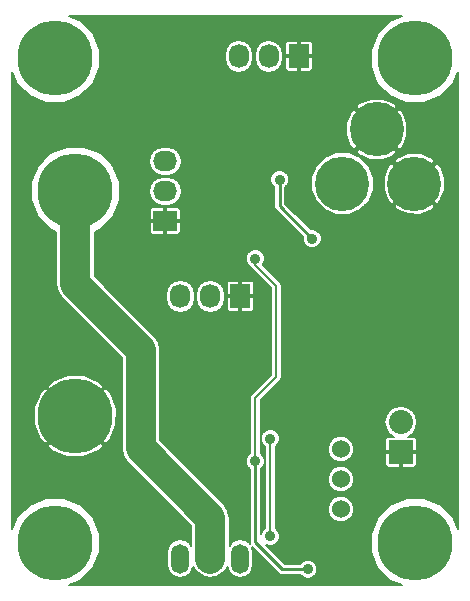
<source format=gbl>
G04 #@! TF.FileFunction,Copper,L2,Bot,Signal*
%FSLAX46Y46*%
G04 Gerber Fmt 4.6, Leading zero omitted, Abs format (unit mm)*
G04 Created by KiCad (PCBNEW 4.0.1-stable) date 3/25/2016 2:15:51 PM*
%MOMM*%
G01*
G04 APERTURE LIST*
%ADD10C,0.150000*%
%ADD11C,4.600000*%
%ADD12C,6.350000*%
%ADD13R,2.032000X1.727200*%
%ADD14O,2.032000X1.727200*%
%ADD15R,1.727200X2.032000*%
%ADD16O,1.727200X2.032000*%
%ADD17O,1.501140X2.499360*%
%ADD18R,2.032000X2.032000*%
%ADD19O,2.032000X2.032000*%
%ADD20C,1.524000*%
%ADD21C,0.889000*%
%ADD22C,0.203200*%
%ADD23C,2.540000*%
%ADD24C,0.635000*%
%ADD25C,0.254000*%
G04 APERTURE END LIST*
D10*
D11*
X34417000Y-14605000D03*
X28317000Y-14605000D03*
X31217000Y-10005000D03*
D12*
X4000000Y-4000000D03*
X4000000Y-45000000D03*
X34500000Y-4000000D03*
X34500000Y-45000000D03*
D13*
X13335000Y-17780000D03*
D14*
X13335000Y-15240000D03*
X13335000Y-12700000D03*
D15*
X24638000Y-3810000D03*
D16*
X22098000Y-3810000D03*
X19558000Y-3810000D03*
D17*
X17145000Y-46355000D03*
X19685000Y-46355000D03*
X14605000Y-46355000D03*
D15*
X19685000Y-24130000D03*
D16*
X17145000Y-24130000D03*
X14605000Y-24130000D03*
D12*
X5715000Y-15240000D03*
X5715000Y-34290000D03*
D18*
X33274000Y-37338000D03*
D19*
X33274000Y-34798000D03*
D20*
X28194000Y-39624000D03*
X28194000Y-37084000D03*
X28194000Y-42164000D03*
D21*
X25400000Y-34544000D03*
X6350000Y-8382000D03*
X16510000Y-6350000D03*
X36830000Y-27940000D03*
X31115000Y-20447000D03*
X31750000Y-30353000D03*
X13462000Y-6858000D03*
X26797000Y-27813000D03*
X19177000Y-36195000D03*
X20955000Y-15240000D03*
X22225000Y-44450000D03*
X22225000Y-36195000D03*
X23000000Y-14250000D03*
X25750000Y-19250000D03*
X25400000Y-47244000D03*
X20955000Y-38100000D03*
X20955000Y-20955000D03*
D22*
X22225000Y-44450000D02*
X22225000Y-36195000D01*
D23*
X17145000Y-46355000D02*
X17145000Y-42895000D01*
X11250000Y-37000000D02*
X11250000Y-28649000D01*
X17145000Y-42895000D02*
X11250000Y-37000000D01*
X5715000Y-15240000D02*
X5715000Y-23114000D01*
X5715000Y-23114000D02*
X11250000Y-28649000D01*
D24*
X5715000Y-16510000D02*
X5715000Y-15240000D01*
X17145000Y-46355000D02*
X17145000Y-45720000D01*
D25*
X23000000Y-16500000D02*
X23000000Y-14250000D01*
X25750000Y-19250000D02*
X23000000Y-16500000D01*
X20955000Y-38100000D02*
X20955000Y-44955000D01*
X23244000Y-47244000D02*
X25400000Y-47244000D01*
X20955000Y-44955000D02*
X23244000Y-47244000D01*
D22*
X20955000Y-38100000D02*
X20955000Y-32766000D01*
X20955000Y-21463000D02*
X20955000Y-20955000D01*
X22733000Y-23241000D02*
X20955000Y-21463000D01*
X22733000Y-30988000D02*
X22733000Y-23241000D01*
X20955000Y-32766000D02*
X22733000Y-30988000D01*
G36*
X32358997Y-789701D02*
X31293443Y-1853397D01*
X30716058Y-3243894D01*
X30714744Y-4749501D01*
X31289701Y-6141003D01*
X32353397Y-7206557D01*
X33743894Y-7783942D01*
X35249501Y-7785256D01*
X36641003Y-7210299D01*
X37706557Y-6146603D01*
X38120200Y-5150440D01*
X38120200Y-43851033D01*
X37710299Y-42858997D01*
X36646603Y-41793443D01*
X35256106Y-41216058D01*
X33750499Y-41214744D01*
X32358997Y-41789701D01*
X31293443Y-42853397D01*
X30716058Y-44243894D01*
X30714744Y-45749501D01*
X31289701Y-47141003D01*
X32353397Y-48206557D01*
X33349560Y-48620200D01*
X5148967Y-48620200D01*
X6141003Y-48210299D01*
X7206557Y-47146603D01*
X7783942Y-45756106D01*
X7785256Y-44250499D01*
X7210299Y-42858997D01*
X6146603Y-41793443D01*
X4756106Y-41216058D01*
X3250499Y-41214744D01*
X1858997Y-41789701D01*
X793443Y-42853397D01*
X379800Y-43849560D01*
X379800Y-36806971D01*
X3323752Y-36806971D01*
X3702130Y-37211723D01*
X4973446Y-37759612D01*
X6357656Y-37779284D01*
X7644028Y-37267744D01*
X7727870Y-37211723D01*
X8106248Y-36806971D01*
X5715000Y-34415724D01*
X3323752Y-36806971D01*
X379800Y-36806971D01*
X379800Y-34932656D01*
X2225716Y-34932656D01*
X2737256Y-36219028D01*
X2793277Y-36302870D01*
X3198029Y-36681248D01*
X5589276Y-34290000D01*
X5840724Y-34290000D01*
X8231971Y-36681248D01*
X8636723Y-36302870D01*
X9184612Y-35031554D01*
X9204284Y-33647344D01*
X8692744Y-32360972D01*
X8636723Y-32277130D01*
X8231971Y-31898752D01*
X5840724Y-34290000D01*
X5589276Y-34290000D01*
X3198029Y-31898752D01*
X2793277Y-32277130D01*
X2245388Y-33548446D01*
X2225716Y-34932656D01*
X379800Y-34932656D01*
X379800Y-31773029D01*
X3323752Y-31773029D01*
X5715000Y-34164276D01*
X8106248Y-31773029D01*
X7727870Y-31368277D01*
X6456554Y-30820388D01*
X5072344Y-30800716D01*
X3785972Y-31312256D01*
X3702130Y-31368277D01*
X3323752Y-31773029D01*
X379800Y-31773029D01*
X379800Y-15989501D01*
X1929744Y-15989501D01*
X2504701Y-17381003D01*
X3568397Y-18446557D01*
X4089400Y-18662896D01*
X4089400Y-23114000D01*
X4213141Y-23736091D01*
X4565527Y-24263473D01*
X9624400Y-29322346D01*
X9624400Y-37000000D01*
X9748141Y-37622091D01*
X10100527Y-38149473D01*
X15519400Y-43568346D01*
X15519400Y-45240142D01*
X15387180Y-45042261D01*
X15028313Y-44802473D01*
X14605000Y-44718271D01*
X14181687Y-44802473D01*
X13822820Y-45042261D01*
X13583032Y-45401128D01*
X13498830Y-45824441D01*
X13498830Y-46885559D01*
X13583032Y-47308872D01*
X13822820Y-47667739D01*
X14181687Y-47907527D01*
X14605000Y-47991729D01*
X15028313Y-47907527D01*
X15387180Y-47667739D01*
X15626968Y-47308872D01*
X15681534Y-47034549D01*
X15995527Y-47504473D01*
X16522910Y-47856859D01*
X16697972Y-47891681D01*
X16721687Y-47907527D01*
X17145000Y-47991729D01*
X17568313Y-47907527D01*
X17592028Y-47891681D01*
X17767090Y-47856859D01*
X18294473Y-47504473D01*
X18608466Y-47034549D01*
X18663032Y-47308872D01*
X18902820Y-47667739D01*
X19261687Y-47907527D01*
X19685000Y-47991729D01*
X20108313Y-47907527D01*
X20467180Y-47667739D01*
X20706968Y-47308872D01*
X20791170Y-46885559D01*
X20791170Y-45824441D01*
X20706968Y-45401128D01*
X20683488Y-45365988D01*
X22902750Y-47585250D01*
X23059317Y-47689864D01*
X23244000Y-47726600D01*
X24751233Y-47726600D01*
X24946188Y-47921896D01*
X25240152Y-48043961D01*
X25558452Y-48044239D01*
X25852628Y-47922687D01*
X26077896Y-47697812D01*
X26199961Y-47403848D01*
X26200239Y-47085548D01*
X26078687Y-46791372D01*
X25853812Y-46566104D01*
X25559848Y-46444039D01*
X25241548Y-46443761D01*
X24947372Y-46565313D01*
X24750942Y-46761400D01*
X23443900Y-46761400D01*
X21838237Y-45155737D01*
X22065152Y-45249961D01*
X22383452Y-45250239D01*
X22677628Y-45128687D01*
X22902896Y-44903812D01*
X23024961Y-44609848D01*
X23025239Y-44291548D01*
X22903687Y-43997372D01*
X22682200Y-43775498D01*
X22682200Y-42385329D01*
X27076207Y-42385329D01*
X27245992Y-42796242D01*
X27560104Y-43110903D01*
X27970720Y-43281406D01*
X28415329Y-43281793D01*
X28826242Y-43112008D01*
X29140903Y-42797896D01*
X29311406Y-42387280D01*
X29311793Y-41942671D01*
X29142008Y-41531758D01*
X28827896Y-41217097D01*
X28417280Y-41046594D01*
X27972671Y-41046207D01*
X27561758Y-41215992D01*
X27247097Y-41530104D01*
X27076594Y-41940720D01*
X27076207Y-42385329D01*
X22682200Y-42385329D01*
X22682200Y-39845329D01*
X27076207Y-39845329D01*
X27245992Y-40256242D01*
X27560104Y-40570903D01*
X27970720Y-40741406D01*
X28415329Y-40741793D01*
X28826242Y-40572008D01*
X29140903Y-40257896D01*
X29311406Y-39847280D01*
X29311793Y-39402671D01*
X29142008Y-38991758D01*
X28827896Y-38677097D01*
X28417280Y-38506594D01*
X27972671Y-38506207D01*
X27561758Y-38675992D01*
X27247097Y-38990104D01*
X27076594Y-39400720D01*
X27076207Y-39845329D01*
X22682200Y-39845329D01*
X22682200Y-37305329D01*
X27076207Y-37305329D01*
X27245992Y-37716242D01*
X27560104Y-38030903D01*
X27970720Y-38201406D01*
X28415329Y-38201793D01*
X28826242Y-38032008D01*
X29140903Y-37717896D01*
X29230094Y-37503100D01*
X31953200Y-37503100D01*
X31953200Y-38414629D01*
X31999603Y-38526656D01*
X32085345Y-38612397D01*
X32197372Y-38658800D01*
X33108900Y-38658800D01*
X33185100Y-38582600D01*
X33185100Y-37426900D01*
X33362900Y-37426900D01*
X33362900Y-38582600D01*
X33439100Y-38658800D01*
X34350628Y-38658800D01*
X34462655Y-38612397D01*
X34548397Y-38526656D01*
X34594800Y-38414629D01*
X34594800Y-37503100D01*
X34518600Y-37426900D01*
X33362900Y-37426900D01*
X33185100Y-37426900D01*
X32029400Y-37426900D01*
X31953200Y-37503100D01*
X29230094Y-37503100D01*
X29311406Y-37307280D01*
X29311793Y-36862671D01*
X29142008Y-36451758D01*
X28827896Y-36137097D01*
X28417280Y-35966594D01*
X27972671Y-35966207D01*
X27561758Y-36135992D01*
X27247097Y-36450104D01*
X27076594Y-36860720D01*
X27076207Y-37305329D01*
X22682200Y-37305329D01*
X22682200Y-36869123D01*
X22902896Y-36648812D01*
X23024961Y-36354848D01*
X23025239Y-36036548D01*
X22903687Y-35742372D01*
X22678812Y-35517104D01*
X22384848Y-35395039D01*
X22066548Y-35394761D01*
X21772372Y-35516313D01*
X21547104Y-35741188D01*
X21425039Y-36035152D01*
X21424761Y-36353452D01*
X21546313Y-36647628D01*
X21767800Y-36869502D01*
X21767800Y-43775877D01*
X21547104Y-43996188D01*
X21437600Y-44259902D01*
X21437600Y-38748767D01*
X21632896Y-38553812D01*
X21754961Y-38259848D01*
X21755239Y-37941548D01*
X21633687Y-37647372D01*
X21412200Y-37425498D01*
X21412200Y-34798000D01*
X31875529Y-34798000D01*
X31979936Y-35322889D01*
X32277261Y-35767868D01*
X32650413Y-36017200D01*
X32197372Y-36017200D01*
X32085345Y-36063603D01*
X31999603Y-36149344D01*
X31953200Y-36261371D01*
X31953200Y-37172900D01*
X32029400Y-37249100D01*
X33185100Y-37249100D01*
X33185100Y-37229100D01*
X33362900Y-37229100D01*
X33362900Y-37249100D01*
X34518600Y-37249100D01*
X34594800Y-37172900D01*
X34594800Y-36261371D01*
X34548397Y-36149344D01*
X34462655Y-36063603D01*
X34350628Y-36017200D01*
X33897587Y-36017200D01*
X34270739Y-35767868D01*
X34568064Y-35322889D01*
X34672471Y-34798000D01*
X34568064Y-34273111D01*
X34270739Y-33828132D01*
X33825760Y-33530807D01*
X33300871Y-33426400D01*
X33247129Y-33426400D01*
X32722240Y-33530807D01*
X32277261Y-33828132D01*
X31979936Y-34273111D01*
X31875529Y-34798000D01*
X21412200Y-34798000D01*
X21412200Y-32955378D01*
X23056289Y-31311289D01*
X23155398Y-31162963D01*
X23190200Y-30988000D01*
X23190200Y-23241000D01*
X23155398Y-23066037D01*
X23056289Y-22917711D01*
X21590106Y-21451528D01*
X21632896Y-21408812D01*
X21754961Y-21114848D01*
X21755239Y-20796548D01*
X21633687Y-20502372D01*
X21408812Y-20277104D01*
X21114848Y-20155039D01*
X20796548Y-20154761D01*
X20502372Y-20276313D01*
X20277104Y-20501188D01*
X20155039Y-20795152D01*
X20154761Y-21113452D01*
X20276313Y-21407628D01*
X20501188Y-21632896D01*
X20539979Y-21649004D01*
X20631711Y-21786289D01*
X22275800Y-23430378D01*
X22275800Y-30798622D01*
X20631711Y-32442711D01*
X20532602Y-32591037D01*
X20497800Y-32766000D01*
X20497800Y-37425877D01*
X20277104Y-37646188D01*
X20155039Y-37940152D01*
X20154761Y-38258452D01*
X20276313Y-38552628D01*
X20472400Y-38749058D01*
X20472400Y-44955000D01*
X20499328Y-45090373D01*
X20467180Y-45042261D01*
X20108313Y-44802473D01*
X19685000Y-44718271D01*
X19261687Y-44802473D01*
X18902820Y-45042261D01*
X18770600Y-45240142D01*
X18770600Y-42895000D01*
X18669609Y-42387280D01*
X18646859Y-42272909D01*
X18294473Y-41745527D01*
X12875600Y-36326654D01*
X12875600Y-28649000D01*
X12751859Y-28026910D01*
X12751859Y-28026909D01*
X12399473Y-27499527D01*
X8850675Y-23950729D01*
X13385800Y-23950729D01*
X13385800Y-24309271D01*
X13478606Y-24775839D01*
X13742895Y-25171376D01*
X14138432Y-25435665D01*
X14605000Y-25528471D01*
X15071568Y-25435665D01*
X15467105Y-25171376D01*
X15731394Y-24775839D01*
X15824200Y-24309271D01*
X15824200Y-23950729D01*
X15925800Y-23950729D01*
X15925800Y-24309271D01*
X16018606Y-24775839D01*
X16282895Y-25171376D01*
X16678432Y-25435665D01*
X17145000Y-25528471D01*
X17611568Y-25435665D01*
X18007105Y-25171376D01*
X18271394Y-24775839D01*
X18364200Y-24309271D01*
X18364200Y-24295100D01*
X18516600Y-24295100D01*
X18516600Y-25206628D01*
X18563003Y-25318655D01*
X18648744Y-25404397D01*
X18760771Y-25450800D01*
X19519900Y-25450800D01*
X19596100Y-25374600D01*
X19596100Y-24218900D01*
X19773900Y-24218900D01*
X19773900Y-25374600D01*
X19850100Y-25450800D01*
X20609229Y-25450800D01*
X20721256Y-25404397D01*
X20806997Y-25318655D01*
X20853400Y-25206628D01*
X20853400Y-24295100D01*
X20777200Y-24218900D01*
X19773900Y-24218900D01*
X19596100Y-24218900D01*
X18592800Y-24218900D01*
X18516600Y-24295100D01*
X18364200Y-24295100D01*
X18364200Y-23950729D01*
X18271394Y-23484161D01*
X18007105Y-23088624D01*
X17954347Y-23053372D01*
X18516600Y-23053372D01*
X18516600Y-23964900D01*
X18592800Y-24041100D01*
X19596100Y-24041100D01*
X19596100Y-22885400D01*
X19773900Y-22885400D01*
X19773900Y-24041100D01*
X20777200Y-24041100D01*
X20853400Y-23964900D01*
X20853400Y-23053372D01*
X20806997Y-22941345D01*
X20721256Y-22855603D01*
X20609229Y-22809200D01*
X19850100Y-22809200D01*
X19773900Y-22885400D01*
X19596100Y-22885400D01*
X19519900Y-22809200D01*
X18760771Y-22809200D01*
X18648744Y-22855603D01*
X18563003Y-22941345D01*
X18516600Y-23053372D01*
X17954347Y-23053372D01*
X17611568Y-22824335D01*
X17145000Y-22731529D01*
X16678432Y-22824335D01*
X16282895Y-23088624D01*
X16018606Y-23484161D01*
X15925800Y-23950729D01*
X15824200Y-23950729D01*
X15731394Y-23484161D01*
X15467105Y-23088624D01*
X15071568Y-22824335D01*
X14605000Y-22731529D01*
X14138432Y-22824335D01*
X13742895Y-23088624D01*
X13478606Y-23484161D01*
X13385800Y-23950729D01*
X8850675Y-23950729D01*
X7340600Y-22440654D01*
X7340600Y-18663259D01*
X7856003Y-18450299D01*
X8362084Y-17945100D01*
X12014200Y-17945100D01*
X12014200Y-18704229D01*
X12060603Y-18816256D01*
X12146345Y-18901997D01*
X12258372Y-18948400D01*
X13169900Y-18948400D01*
X13246100Y-18872200D01*
X13246100Y-17868900D01*
X13423900Y-17868900D01*
X13423900Y-18872200D01*
X13500100Y-18948400D01*
X14411628Y-18948400D01*
X14523655Y-18901997D01*
X14609397Y-18816256D01*
X14655800Y-18704229D01*
X14655800Y-17945100D01*
X14579600Y-17868900D01*
X13423900Y-17868900D01*
X13246100Y-17868900D01*
X12090400Y-17868900D01*
X12014200Y-17945100D01*
X8362084Y-17945100D01*
X8921557Y-17386603D01*
X9141977Y-16855771D01*
X12014200Y-16855771D01*
X12014200Y-17614900D01*
X12090400Y-17691100D01*
X13246100Y-17691100D01*
X13246100Y-16687800D01*
X13423900Y-16687800D01*
X13423900Y-17691100D01*
X14579600Y-17691100D01*
X14655800Y-17614900D01*
X14655800Y-16855771D01*
X14609397Y-16743744D01*
X14523655Y-16658003D01*
X14411628Y-16611600D01*
X13500100Y-16611600D01*
X13423900Y-16687800D01*
X13246100Y-16687800D01*
X13169900Y-16611600D01*
X12258372Y-16611600D01*
X12146345Y-16658003D01*
X12060603Y-16743744D01*
X12014200Y-16855771D01*
X9141977Y-16855771D01*
X9498942Y-15996106D01*
X9499601Y-15240000D01*
X11936529Y-15240000D01*
X12029335Y-15706568D01*
X12293624Y-16102105D01*
X12689161Y-16366394D01*
X13155729Y-16459200D01*
X13514271Y-16459200D01*
X13980839Y-16366394D01*
X14376376Y-16102105D01*
X14640665Y-15706568D01*
X14733471Y-15240000D01*
X14640665Y-14773432D01*
X14396794Y-14408452D01*
X22199761Y-14408452D01*
X22321313Y-14702628D01*
X22517400Y-14899058D01*
X22517400Y-16500000D01*
X22554136Y-16684683D01*
X22658750Y-16841250D01*
X24950002Y-19132502D01*
X24949761Y-19408452D01*
X25071313Y-19702628D01*
X25296188Y-19927896D01*
X25590152Y-20049961D01*
X25908452Y-20050239D01*
X26202628Y-19928687D01*
X26427896Y-19703812D01*
X26549961Y-19409848D01*
X26550239Y-19091548D01*
X26428687Y-18797372D01*
X26203812Y-18572104D01*
X25909848Y-18450039D01*
X25632297Y-18449797D01*
X23482600Y-16300100D01*
X23482600Y-15130914D01*
X25660940Y-15130914D01*
X26064379Y-16107311D01*
X26810760Y-16854995D01*
X27786451Y-17260138D01*
X28842914Y-17261060D01*
X29819311Y-16857621D01*
X30186719Y-16490853D01*
X32656871Y-16490853D01*
X32928738Y-16804663D01*
X33883799Y-17206757D01*
X34920036Y-17212757D01*
X35879690Y-16821750D01*
X35905262Y-16804663D01*
X36177129Y-16490853D01*
X34417000Y-14730724D01*
X32656871Y-16490853D01*
X30186719Y-16490853D01*
X30566995Y-16111240D01*
X30972138Y-15135549D01*
X30972162Y-15108036D01*
X31809243Y-15108036D01*
X32200250Y-16067690D01*
X32217337Y-16093262D01*
X32531147Y-16365129D01*
X34291276Y-14605000D01*
X34542724Y-14605000D01*
X36302853Y-16365129D01*
X36616663Y-16093262D01*
X37018757Y-15138201D01*
X37024757Y-14101964D01*
X36633750Y-13142310D01*
X36616663Y-13116738D01*
X36302853Y-12844871D01*
X34542724Y-14605000D01*
X34291276Y-14605000D01*
X32531147Y-12844871D01*
X32217337Y-13116738D01*
X31815243Y-14071799D01*
X31809243Y-15108036D01*
X30972162Y-15108036D01*
X30973060Y-14079086D01*
X30569621Y-13102689D01*
X30186748Y-12719147D01*
X32656871Y-12719147D01*
X34417000Y-14479276D01*
X36177129Y-12719147D01*
X35905262Y-12405337D01*
X34950201Y-12003243D01*
X33913964Y-11997243D01*
X32954310Y-12388250D01*
X32928738Y-12405337D01*
X32656871Y-12719147D01*
X30186748Y-12719147D01*
X29823240Y-12355005D01*
X28847549Y-11949862D01*
X27791086Y-11948940D01*
X26814689Y-12352379D01*
X26067005Y-13098760D01*
X25661862Y-14074451D01*
X25660940Y-15130914D01*
X23482600Y-15130914D01*
X23482600Y-14898767D01*
X23677896Y-14703812D01*
X23799961Y-14409848D01*
X23800239Y-14091548D01*
X23678687Y-13797372D01*
X23453812Y-13572104D01*
X23159848Y-13450039D01*
X22841548Y-13449761D01*
X22547372Y-13571313D01*
X22322104Y-13796188D01*
X22200039Y-14090152D01*
X22199761Y-14408452D01*
X14396794Y-14408452D01*
X14376376Y-14377895D01*
X13980839Y-14113606D01*
X13514271Y-14020800D01*
X13155729Y-14020800D01*
X12689161Y-14113606D01*
X12293624Y-14377895D01*
X12029335Y-14773432D01*
X11936529Y-15240000D01*
X9499601Y-15240000D01*
X9500256Y-14490499D01*
X8925299Y-13098997D01*
X8526998Y-12700000D01*
X11936529Y-12700000D01*
X12029335Y-13166568D01*
X12293624Y-13562105D01*
X12689161Y-13826394D01*
X13155729Y-13919200D01*
X13514271Y-13919200D01*
X13980839Y-13826394D01*
X14376376Y-13562105D01*
X14640665Y-13166568D01*
X14733471Y-12700000D01*
X14640665Y-12233432D01*
X14411762Y-11890853D01*
X29456871Y-11890853D01*
X29728738Y-12204663D01*
X30683799Y-12606757D01*
X31720036Y-12612757D01*
X32679690Y-12221750D01*
X32705262Y-12204663D01*
X32977129Y-11890853D01*
X31217000Y-10130724D01*
X29456871Y-11890853D01*
X14411762Y-11890853D01*
X14376376Y-11837895D01*
X13980839Y-11573606D01*
X13514271Y-11480800D01*
X13155729Y-11480800D01*
X12689161Y-11573606D01*
X12293624Y-11837895D01*
X12029335Y-12233432D01*
X11936529Y-12700000D01*
X8526998Y-12700000D01*
X7861603Y-12033443D01*
X6471106Y-11456058D01*
X4965499Y-11454744D01*
X3573997Y-12029701D01*
X2508443Y-13093397D01*
X1931058Y-14483894D01*
X1929744Y-15989501D01*
X379800Y-15989501D01*
X379800Y-10508036D01*
X28609243Y-10508036D01*
X29000250Y-11467690D01*
X29017337Y-11493262D01*
X29331147Y-11765129D01*
X31091276Y-10005000D01*
X31342724Y-10005000D01*
X33102853Y-11765129D01*
X33416663Y-11493262D01*
X33818757Y-10538201D01*
X33824757Y-9501964D01*
X33433750Y-8542310D01*
X33416663Y-8516738D01*
X33102853Y-8244871D01*
X31342724Y-10005000D01*
X31091276Y-10005000D01*
X29331147Y-8244871D01*
X29017337Y-8516738D01*
X28615243Y-9471799D01*
X28609243Y-10508036D01*
X379800Y-10508036D01*
X379800Y-8119147D01*
X29456871Y-8119147D01*
X31217000Y-9879276D01*
X32977129Y-8119147D01*
X32705262Y-7805337D01*
X31750201Y-7403243D01*
X30713964Y-7397243D01*
X29754310Y-7788250D01*
X29728738Y-7805337D01*
X29456871Y-8119147D01*
X379800Y-8119147D01*
X379800Y-5148967D01*
X789701Y-6141003D01*
X1853397Y-7206557D01*
X3243894Y-7783942D01*
X4749501Y-7785256D01*
X6141003Y-7210299D01*
X7206557Y-6146603D01*
X7783942Y-4756106D01*
X7784924Y-3630729D01*
X18338800Y-3630729D01*
X18338800Y-3989271D01*
X18431606Y-4455839D01*
X18695895Y-4851376D01*
X19091432Y-5115665D01*
X19558000Y-5208471D01*
X20024568Y-5115665D01*
X20420105Y-4851376D01*
X20684394Y-4455839D01*
X20777200Y-3989271D01*
X20777200Y-3630729D01*
X20878800Y-3630729D01*
X20878800Y-3989271D01*
X20971606Y-4455839D01*
X21235895Y-4851376D01*
X21631432Y-5115665D01*
X22098000Y-5208471D01*
X22564568Y-5115665D01*
X22960105Y-4851376D01*
X23224394Y-4455839D01*
X23317200Y-3989271D01*
X23317200Y-3975100D01*
X23469600Y-3975100D01*
X23469600Y-4886628D01*
X23516003Y-4998655D01*
X23601744Y-5084397D01*
X23713771Y-5130800D01*
X24472900Y-5130800D01*
X24549100Y-5054600D01*
X24549100Y-3898900D01*
X24726900Y-3898900D01*
X24726900Y-5054600D01*
X24803100Y-5130800D01*
X25562229Y-5130800D01*
X25674256Y-5084397D01*
X25759997Y-4998655D01*
X25806400Y-4886628D01*
X25806400Y-3975100D01*
X25730200Y-3898900D01*
X24726900Y-3898900D01*
X24549100Y-3898900D01*
X23545800Y-3898900D01*
X23469600Y-3975100D01*
X23317200Y-3975100D01*
X23317200Y-3630729D01*
X23224394Y-3164161D01*
X22960105Y-2768624D01*
X22907347Y-2733372D01*
X23469600Y-2733372D01*
X23469600Y-3644900D01*
X23545800Y-3721100D01*
X24549100Y-3721100D01*
X24549100Y-2565400D01*
X24726900Y-2565400D01*
X24726900Y-3721100D01*
X25730200Y-3721100D01*
X25806400Y-3644900D01*
X25806400Y-2733372D01*
X25759997Y-2621345D01*
X25674256Y-2535603D01*
X25562229Y-2489200D01*
X24803100Y-2489200D01*
X24726900Y-2565400D01*
X24549100Y-2565400D01*
X24472900Y-2489200D01*
X23713771Y-2489200D01*
X23601744Y-2535603D01*
X23516003Y-2621345D01*
X23469600Y-2733372D01*
X22907347Y-2733372D01*
X22564568Y-2504335D01*
X22098000Y-2411529D01*
X21631432Y-2504335D01*
X21235895Y-2768624D01*
X20971606Y-3164161D01*
X20878800Y-3630729D01*
X20777200Y-3630729D01*
X20684394Y-3164161D01*
X20420105Y-2768624D01*
X20024568Y-2504335D01*
X19558000Y-2411529D01*
X19091432Y-2504335D01*
X18695895Y-2768624D01*
X18431606Y-3164161D01*
X18338800Y-3630729D01*
X7784924Y-3630729D01*
X7785256Y-3250499D01*
X7210299Y-1858997D01*
X6146603Y-793443D01*
X5150440Y-379800D01*
X33351033Y-379800D01*
X32358997Y-789701D01*
X32358997Y-789701D01*
G37*
X32358997Y-789701D02*
X31293443Y-1853397D01*
X30716058Y-3243894D01*
X30714744Y-4749501D01*
X31289701Y-6141003D01*
X32353397Y-7206557D01*
X33743894Y-7783942D01*
X35249501Y-7785256D01*
X36641003Y-7210299D01*
X37706557Y-6146603D01*
X38120200Y-5150440D01*
X38120200Y-43851033D01*
X37710299Y-42858997D01*
X36646603Y-41793443D01*
X35256106Y-41216058D01*
X33750499Y-41214744D01*
X32358997Y-41789701D01*
X31293443Y-42853397D01*
X30716058Y-44243894D01*
X30714744Y-45749501D01*
X31289701Y-47141003D01*
X32353397Y-48206557D01*
X33349560Y-48620200D01*
X5148967Y-48620200D01*
X6141003Y-48210299D01*
X7206557Y-47146603D01*
X7783942Y-45756106D01*
X7785256Y-44250499D01*
X7210299Y-42858997D01*
X6146603Y-41793443D01*
X4756106Y-41216058D01*
X3250499Y-41214744D01*
X1858997Y-41789701D01*
X793443Y-42853397D01*
X379800Y-43849560D01*
X379800Y-36806971D01*
X3323752Y-36806971D01*
X3702130Y-37211723D01*
X4973446Y-37759612D01*
X6357656Y-37779284D01*
X7644028Y-37267744D01*
X7727870Y-37211723D01*
X8106248Y-36806971D01*
X5715000Y-34415724D01*
X3323752Y-36806971D01*
X379800Y-36806971D01*
X379800Y-34932656D01*
X2225716Y-34932656D01*
X2737256Y-36219028D01*
X2793277Y-36302870D01*
X3198029Y-36681248D01*
X5589276Y-34290000D01*
X5840724Y-34290000D01*
X8231971Y-36681248D01*
X8636723Y-36302870D01*
X9184612Y-35031554D01*
X9204284Y-33647344D01*
X8692744Y-32360972D01*
X8636723Y-32277130D01*
X8231971Y-31898752D01*
X5840724Y-34290000D01*
X5589276Y-34290000D01*
X3198029Y-31898752D01*
X2793277Y-32277130D01*
X2245388Y-33548446D01*
X2225716Y-34932656D01*
X379800Y-34932656D01*
X379800Y-31773029D01*
X3323752Y-31773029D01*
X5715000Y-34164276D01*
X8106248Y-31773029D01*
X7727870Y-31368277D01*
X6456554Y-30820388D01*
X5072344Y-30800716D01*
X3785972Y-31312256D01*
X3702130Y-31368277D01*
X3323752Y-31773029D01*
X379800Y-31773029D01*
X379800Y-15989501D01*
X1929744Y-15989501D01*
X2504701Y-17381003D01*
X3568397Y-18446557D01*
X4089400Y-18662896D01*
X4089400Y-23114000D01*
X4213141Y-23736091D01*
X4565527Y-24263473D01*
X9624400Y-29322346D01*
X9624400Y-37000000D01*
X9748141Y-37622091D01*
X10100527Y-38149473D01*
X15519400Y-43568346D01*
X15519400Y-45240142D01*
X15387180Y-45042261D01*
X15028313Y-44802473D01*
X14605000Y-44718271D01*
X14181687Y-44802473D01*
X13822820Y-45042261D01*
X13583032Y-45401128D01*
X13498830Y-45824441D01*
X13498830Y-46885559D01*
X13583032Y-47308872D01*
X13822820Y-47667739D01*
X14181687Y-47907527D01*
X14605000Y-47991729D01*
X15028313Y-47907527D01*
X15387180Y-47667739D01*
X15626968Y-47308872D01*
X15681534Y-47034549D01*
X15995527Y-47504473D01*
X16522910Y-47856859D01*
X16697972Y-47891681D01*
X16721687Y-47907527D01*
X17145000Y-47991729D01*
X17568313Y-47907527D01*
X17592028Y-47891681D01*
X17767090Y-47856859D01*
X18294473Y-47504473D01*
X18608466Y-47034549D01*
X18663032Y-47308872D01*
X18902820Y-47667739D01*
X19261687Y-47907527D01*
X19685000Y-47991729D01*
X20108313Y-47907527D01*
X20467180Y-47667739D01*
X20706968Y-47308872D01*
X20791170Y-46885559D01*
X20791170Y-45824441D01*
X20706968Y-45401128D01*
X20683488Y-45365988D01*
X22902750Y-47585250D01*
X23059317Y-47689864D01*
X23244000Y-47726600D01*
X24751233Y-47726600D01*
X24946188Y-47921896D01*
X25240152Y-48043961D01*
X25558452Y-48044239D01*
X25852628Y-47922687D01*
X26077896Y-47697812D01*
X26199961Y-47403848D01*
X26200239Y-47085548D01*
X26078687Y-46791372D01*
X25853812Y-46566104D01*
X25559848Y-46444039D01*
X25241548Y-46443761D01*
X24947372Y-46565313D01*
X24750942Y-46761400D01*
X23443900Y-46761400D01*
X21838237Y-45155737D01*
X22065152Y-45249961D01*
X22383452Y-45250239D01*
X22677628Y-45128687D01*
X22902896Y-44903812D01*
X23024961Y-44609848D01*
X23025239Y-44291548D01*
X22903687Y-43997372D01*
X22682200Y-43775498D01*
X22682200Y-42385329D01*
X27076207Y-42385329D01*
X27245992Y-42796242D01*
X27560104Y-43110903D01*
X27970720Y-43281406D01*
X28415329Y-43281793D01*
X28826242Y-43112008D01*
X29140903Y-42797896D01*
X29311406Y-42387280D01*
X29311793Y-41942671D01*
X29142008Y-41531758D01*
X28827896Y-41217097D01*
X28417280Y-41046594D01*
X27972671Y-41046207D01*
X27561758Y-41215992D01*
X27247097Y-41530104D01*
X27076594Y-41940720D01*
X27076207Y-42385329D01*
X22682200Y-42385329D01*
X22682200Y-39845329D01*
X27076207Y-39845329D01*
X27245992Y-40256242D01*
X27560104Y-40570903D01*
X27970720Y-40741406D01*
X28415329Y-40741793D01*
X28826242Y-40572008D01*
X29140903Y-40257896D01*
X29311406Y-39847280D01*
X29311793Y-39402671D01*
X29142008Y-38991758D01*
X28827896Y-38677097D01*
X28417280Y-38506594D01*
X27972671Y-38506207D01*
X27561758Y-38675992D01*
X27247097Y-38990104D01*
X27076594Y-39400720D01*
X27076207Y-39845329D01*
X22682200Y-39845329D01*
X22682200Y-37305329D01*
X27076207Y-37305329D01*
X27245992Y-37716242D01*
X27560104Y-38030903D01*
X27970720Y-38201406D01*
X28415329Y-38201793D01*
X28826242Y-38032008D01*
X29140903Y-37717896D01*
X29230094Y-37503100D01*
X31953200Y-37503100D01*
X31953200Y-38414629D01*
X31999603Y-38526656D01*
X32085345Y-38612397D01*
X32197372Y-38658800D01*
X33108900Y-38658800D01*
X33185100Y-38582600D01*
X33185100Y-37426900D01*
X33362900Y-37426900D01*
X33362900Y-38582600D01*
X33439100Y-38658800D01*
X34350628Y-38658800D01*
X34462655Y-38612397D01*
X34548397Y-38526656D01*
X34594800Y-38414629D01*
X34594800Y-37503100D01*
X34518600Y-37426900D01*
X33362900Y-37426900D01*
X33185100Y-37426900D01*
X32029400Y-37426900D01*
X31953200Y-37503100D01*
X29230094Y-37503100D01*
X29311406Y-37307280D01*
X29311793Y-36862671D01*
X29142008Y-36451758D01*
X28827896Y-36137097D01*
X28417280Y-35966594D01*
X27972671Y-35966207D01*
X27561758Y-36135992D01*
X27247097Y-36450104D01*
X27076594Y-36860720D01*
X27076207Y-37305329D01*
X22682200Y-37305329D01*
X22682200Y-36869123D01*
X22902896Y-36648812D01*
X23024961Y-36354848D01*
X23025239Y-36036548D01*
X22903687Y-35742372D01*
X22678812Y-35517104D01*
X22384848Y-35395039D01*
X22066548Y-35394761D01*
X21772372Y-35516313D01*
X21547104Y-35741188D01*
X21425039Y-36035152D01*
X21424761Y-36353452D01*
X21546313Y-36647628D01*
X21767800Y-36869502D01*
X21767800Y-43775877D01*
X21547104Y-43996188D01*
X21437600Y-44259902D01*
X21437600Y-38748767D01*
X21632896Y-38553812D01*
X21754961Y-38259848D01*
X21755239Y-37941548D01*
X21633687Y-37647372D01*
X21412200Y-37425498D01*
X21412200Y-34798000D01*
X31875529Y-34798000D01*
X31979936Y-35322889D01*
X32277261Y-35767868D01*
X32650413Y-36017200D01*
X32197372Y-36017200D01*
X32085345Y-36063603D01*
X31999603Y-36149344D01*
X31953200Y-36261371D01*
X31953200Y-37172900D01*
X32029400Y-37249100D01*
X33185100Y-37249100D01*
X33185100Y-37229100D01*
X33362900Y-37229100D01*
X33362900Y-37249100D01*
X34518600Y-37249100D01*
X34594800Y-37172900D01*
X34594800Y-36261371D01*
X34548397Y-36149344D01*
X34462655Y-36063603D01*
X34350628Y-36017200D01*
X33897587Y-36017200D01*
X34270739Y-35767868D01*
X34568064Y-35322889D01*
X34672471Y-34798000D01*
X34568064Y-34273111D01*
X34270739Y-33828132D01*
X33825760Y-33530807D01*
X33300871Y-33426400D01*
X33247129Y-33426400D01*
X32722240Y-33530807D01*
X32277261Y-33828132D01*
X31979936Y-34273111D01*
X31875529Y-34798000D01*
X21412200Y-34798000D01*
X21412200Y-32955378D01*
X23056289Y-31311289D01*
X23155398Y-31162963D01*
X23190200Y-30988000D01*
X23190200Y-23241000D01*
X23155398Y-23066037D01*
X23056289Y-22917711D01*
X21590106Y-21451528D01*
X21632896Y-21408812D01*
X21754961Y-21114848D01*
X21755239Y-20796548D01*
X21633687Y-20502372D01*
X21408812Y-20277104D01*
X21114848Y-20155039D01*
X20796548Y-20154761D01*
X20502372Y-20276313D01*
X20277104Y-20501188D01*
X20155039Y-20795152D01*
X20154761Y-21113452D01*
X20276313Y-21407628D01*
X20501188Y-21632896D01*
X20539979Y-21649004D01*
X20631711Y-21786289D01*
X22275800Y-23430378D01*
X22275800Y-30798622D01*
X20631711Y-32442711D01*
X20532602Y-32591037D01*
X20497800Y-32766000D01*
X20497800Y-37425877D01*
X20277104Y-37646188D01*
X20155039Y-37940152D01*
X20154761Y-38258452D01*
X20276313Y-38552628D01*
X20472400Y-38749058D01*
X20472400Y-44955000D01*
X20499328Y-45090373D01*
X20467180Y-45042261D01*
X20108313Y-44802473D01*
X19685000Y-44718271D01*
X19261687Y-44802473D01*
X18902820Y-45042261D01*
X18770600Y-45240142D01*
X18770600Y-42895000D01*
X18669609Y-42387280D01*
X18646859Y-42272909D01*
X18294473Y-41745527D01*
X12875600Y-36326654D01*
X12875600Y-28649000D01*
X12751859Y-28026910D01*
X12751859Y-28026909D01*
X12399473Y-27499527D01*
X8850675Y-23950729D01*
X13385800Y-23950729D01*
X13385800Y-24309271D01*
X13478606Y-24775839D01*
X13742895Y-25171376D01*
X14138432Y-25435665D01*
X14605000Y-25528471D01*
X15071568Y-25435665D01*
X15467105Y-25171376D01*
X15731394Y-24775839D01*
X15824200Y-24309271D01*
X15824200Y-23950729D01*
X15925800Y-23950729D01*
X15925800Y-24309271D01*
X16018606Y-24775839D01*
X16282895Y-25171376D01*
X16678432Y-25435665D01*
X17145000Y-25528471D01*
X17611568Y-25435665D01*
X18007105Y-25171376D01*
X18271394Y-24775839D01*
X18364200Y-24309271D01*
X18364200Y-24295100D01*
X18516600Y-24295100D01*
X18516600Y-25206628D01*
X18563003Y-25318655D01*
X18648744Y-25404397D01*
X18760771Y-25450800D01*
X19519900Y-25450800D01*
X19596100Y-25374600D01*
X19596100Y-24218900D01*
X19773900Y-24218900D01*
X19773900Y-25374600D01*
X19850100Y-25450800D01*
X20609229Y-25450800D01*
X20721256Y-25404397D01*
X20806997Y-25318655D01*
X20853400Y-25206628D01*
X20853400Y-24295100D01*
X20777200Y-24218900D01*
X19773900Y-24218900D01*
X19596100Y-24218900D01*
X18592800Y-24218900D01*
X18516600Y-24295100D01*
X18364200Y-24295100D01*
X18364200Y-23950729D01*
X18271394Y-23484161D01*
X18007105Y-23088624D01*
X17954347Y-23053372D01*
X18516600Y-23053372D01*
X18516600Y-23964900D01*
X18592800Y-24041100D01*
X19596100Y-24041100D01*
X19596100Y-22885400D01*
X19773900Y-22885400D01*
X19773900Y-24041100D01*
X20777200Y-24041100D01*
X20853400Y-23964900D01*
X20853400Y-23053372D01*
X20806997Y-22941345D01*
X20721256Y-22855603D01*
X20609229Y-22809200D01*
X19850100Y-22809200D01*
X19773900Y-22885400D01*
X19596100Y-22885400D01*
X19519900Y-22809200D01*
X18760771Y-22809200D01*
X18648744Y-22855603D01*
X18563003Y-22941345D01*
X18516600Y-23053372D01*
X17954347Y-23053372D01*
X17611568Y-22824335D01*
X17145000Y-22731529D01*
X16678432Y-22824335D01*
X16282895Y-23088624D01*
X16018606Y-23484161D01*
X15925800Y-23950729D01*
X15824200Y-23950729D01*
X15731394Y-23484161D01*
X15467105Y-23088624D01*
X15071568Y-22824335D01*
X14605000Y-22731529D01*
X14138432Y-22824335D01*
X13742895Y-23088624D01*
X13478606Y-23484161D01*
X13385800Y-23950729D01*
X8850675Y-23950729D01*
X7340600Y-22440654D01*
X7340600Y-18663259D01*
X7856003Y-18450299D01*
X8362084Y-17945100D01*
X12014200Y-17945100D01*
X12014200Y-18704229D01*
X12060603Y-18816256D01*
X12146345Y-18901997D01*
X12258372Y-18948400D01*
X13169900Y-18948400D01*
X13246100Y-18872200D01*
X13246100Y-17868900D01*
X13423900Y-17868900D01*
X13423900Y-18872200D01*
X13500100Y-18948400D01*
X14411628Y-18948400D01*
X14523655Y-18901997D01*
X14609397Y-18816256D01*
X14655800Y-18704229D01*
X14655800Y-17945100D01*
X14579600Y-17868900D01*
X13423900Y-17868900D01*
X13246100Y-17868900D01*
X12090400Y-17868900D01*
X12014200Y-17945100D01*
X8362084Y-17945100D01*
X8921557Y-17386603D01*
X9141977Y-16855771D01*
X12014200Y-16855771D01*
X12014200Y-17614900D01*
X12090400Y-17691100D01*
X13246100Y-17691100D01*
X13246100Y-16687800D01*
X13423900Y-16687800D01*
X13423900Y-17691100D01*
X14579600Y-17691100D01*
X14655800Y-17614900D01*
X14655800Y-16855771D01*
X14609397Y-16743744D01*
X14523655Y-16658003D01*
X14411628Y-16611600D01*
X13500100Y-16611600D01*
X13423900Y-16687800D01*
X13246100Y-16687800D01*
X13169900Y-16611600D01*
X12258372Y-16611600D01*
X12146345Y-16658003D01*
X12060603Y-16743744D01*
X12014200Y-16855771D01*
X9141977Y-16855771D01*
X9498942Y-15996106D01*
X9499601Y-15240000D01*
X11936529Y-15240000D01*
X12029335Y-15706568D01*
X12293624Y-16102105D01*
X12689161Y-16366394D01*
X13155729Y-16459200D01*
X13514271Y-16459200D01*
X13980839Y-16366394D01*
X14376376Y-16102105D01*
X14640665Y-15706568D01*
X14733471Y-15240000D01*
X14640665Y-14773432D01*
X14396794Y-14408452D01*
X22199761Y-14408452D01*
X22321313Y-14702628D01*
X22517400Y-14899058D01*
X22517400Y-16500000D01*
X22554136Y-16684683D01*
X22658750Y-16841250D01*
X24950002Y-19132502D01*
X24949761Y-19408452D01*
X25071313Y-19702628D01*
X25296188Y-19927896D01*
X25590152Y-20049961D01*
X25908452Y-20050239D01*
X26202628Y-19928687D01*
X26427896Y-19703812D01*
X26549961Y-19409848D01*
X26550239Y-19091548D01*
X26428687Y-18797372D01*
X26203812Y-18572104D01*
X25909848Y-18450039D01*
X25632297Y-18449797D01*
X23482600Y-16300100D01*
X23482600Y-15130914D01*
X25660940Y-15130914D01*
X26064379Y-16107311D01*
X26810760Y-16854995D01*
X27786451Y-17260138D01*
X28842914Y-17261060D01*
X29819311Y-16857621D01*
X30186719Y-16490853D01*
X32656871Y-16490853D01*
X32928738Y-16804663D01*
X33883799Y-17206757D01*
X34920036Y-17212757D01*
X35879690Y-16821750D01*
X35905262Y-16804663D01*
X36177129Y-16490853D01*
X34417000Y-14730724D01*
X32656871Y-16490853D01*
X30186719Y-16490853D01*
X30566995Y-16111240D01*
X30972138Y-15135549D01*
X30972162Y-15108036D01*
X31809243Y-15108036D01*
X32200250Y-16067690D01*
X32217337Y-16093262D01*
X32531147Y-16365129D01*
X34291276Y-14605000D01*
X34542724Y-14605000D01*
X36302853Y-16365129D01*
X36616663Y-16093262D01*
X37018757Y-15138201D01*
X37024757Y-14101964D01*
X36633750Y-13142310D01*
X36616663Y-13116738D01*
X36302853Y-12844871D01*
X34542724Y-14605000D01*
X34291276Y-14605000D01*
X32531147Y-12844871D01*
X32217337Y-13116738D01*
X31815243Y-14071799D01*
X31809243Y-15108036D01*
X30972162Y-15108036D01*
X30973060Y-14079086D01*
X30569621Y-13102689D01*
X30186748Y-12719147D01*
X32656871Y-12719147D01*
X34417000Y-14479276D01*
X36177129Y-12719147D01*
X35905262Y-12405337D01*
X34950201Y-12003243D01*
X33913964Y-11997243D01*
X32954310Y-12388250D01*
X32928738Y-12405337D01*
X32656871Y-12719147D01*
X30186748Y-12719147D01*
X29823240Y-12355005D01*
X28847549Y-11949862D01*
X27791086Y-11948940D01*
X26814689Y-12352379D01*
X26067005Y-13098760D01*
X25661862Y-14074451D01*
X25660940Y-15130914D01*
X23482600Y-15130914D01*
X23482600Y-14898767D01*
X23677896Y-14703812D01*
X23799961Y-14409848D01*
X23800239Y-14091548D01*
X23678687Y-13797372D01*
X23453812Y-13572104D01*
X23159848Y-13450039D01*
X22841548Y-13449761D01*
X22547372Y-13571313D01*
X22322104Y-13796188D01*
X22200039Y-14090152D01*
X22199761Y-14408452D01*
X14396794Y-14408452D01*
X14376376Y-14377895D01*
X13980839Y-14113606D01*
X13514271Y-14020800D01*
X13155729Y-14020800D01*
X12689161Y-14113606D01*
X12293624Y-14377895D01*
X12029335Y-14773432D01*
X11936529Y-15240000D01*
X9499601Y-15240000D01*
X9500256Y-14490499D01*
X8925299Y-13098997D01*
X8526998Y-12700000D01*
X11936529Y-12700000D01*
X12029335Y-13166568D01*
X12293624Y-13562105D01*
X12689161Y-13826394D01*
X13155729Y-13919200D01*
X13514271Y-13919200D01*
X13980839Y-13826394D01*
X14376376Y-13562105D01*
X14640665Y-13166568D01*
X14733471Y-12700000D01*
X14640665Y-12233432D01*
X14411762Y-11890853D01*
X29456871Y-11890853D01*
X29728738Y-12204663D01*
X30683799Y-12606757D01*
X31720036Y-12612757D01*
X32679690Y-12221750D01*
X32705262Y-12204663D01*
X32977129Y-11890853D01*
X31217000Y-10130724D01*
X29456871Y-11890853D01*
X14411762Y-11890853D01*
X14376376Y-11837895D01*
X13980839Y-11573606D01*
X13514271Y-11480800D01*
X13155729Y-11480800D01*
X12689161Y-11573606D01*
X12293624Y-11837895D01*
X12029335Y-12233432D01*
X11936529Y-12700000D01*
X8526998Y-12700000D01*
X7861603Y-12033443D01*
X6471106Y-11456058D01*
X4965499Y-11454744D01*
X3573997Y-12029701D01*
X2508443Y-13093397D01*
X1931058Y-14483894D01*
X1929744Y-15989501D01*
X379800Y-15989501D01*
X379800Y-10508036D01*
X28609243Y-10508036D01*
X29000250Y-11467690D01*
X29017337Y-11493262D01*
X29331147Y-11765129D01*
X31091276Y-10005000D01*
X31342724Y-10005000D01*
X33102853Y-11765129D01*
X33416663Y-11493262D01*
X33818757Y-10538201D01*
X33824757Y-9501964D01*
X33433750Y-8542310D01*
X33416663Y-8516738D01*
X33102853Y-8244871D01*
X31342724Y-10005000D01*
X31091276Y-10005000D01*
X29331147Y-8244871D01*
X29017337Y-8516738D01*
X28615243Y-9471799D01*
X28609243Y-10508036D01*
X379800Y-10508036D01*
X379800Y-8119147D01*
X29456871Y-8119147D01*
X31217000Y-9879276D01*
X32977129Y-8119147D01*
X32705262Y-7805337D01*
X31750201Y-7403243D01*
X30713964Y-7397243D01*
X29754310Y-7788250D01*
X29728738Y-7805337D01*
X29456871Y-8119147D01*
X379800Y-8119147D01*
X379800Y-5148967D01*
X789701Y-6141003D01*
X1853397Y-7206557D01*
X3243894Y-7783942D01*
X4749501Y-7785256D01*
X6141003Y-7210299D01*
X7206557Y-6146603D01*
X7783942Y-4756106D01*
X7784924Y-3630729D01*
X18338800Y-3630729D01*
X18338800Y-3989271D01*
X18431606Y-4455839D01*
X18695895Y-4851376D01*
X19091432Y-5115665D01*
X19558000Y-5208471D01*
X20024568Y-5115665D01*
X20420105Y-4851376D01*
X20684394Y-4455839D01*
X20777200Y-3989271D01*
X20777200Y-3630729D01*
X20878800Y-3630729D01*
X20878800Y-3989271D01*
X20971606Y-4455839D01*
X21235895Y-4851376D01*
X21631432Y-5115665D01*
X22098000Y-5208471D01*
X22564568Y-5115665D01*
X22960105Y-4851376D01*
X23224394Y-4455839D01*
X23317200Y-3989271D01*
X23317200Y-3975100D01*
X23469600Y-3975100D01*
X23469600Y-4886628D01*
X23516003Y-4998655D01*
X23601744Y-5084397D01*
X23713771Y-5130800D01*
X24472900Y-5130800D01*
X24549100Y-5054600D01*
X24549100Y-3898900D01*
X24726900Y-3898900D01*
X24726900Y-5054600D01*
X24803100Y-5130800D01*
X25562229Y-5130800D01*
X25674256Y-5084397D01*
X25759997Y-4998655D01*
X25806400Y-4886628D01*
X25806400Y-3975100D01*
X25730200Y-3898900D01*
X24726900Y-3898900D01*
X24549100Y-3898900D01*
X23545800Y-3898900D01*
X23469600Y-3975100D01*
X23317200Y-3975100D01*
X23317200Y-3630729D01*
X23224394Y-3164161D01*
X22960105Y-2768624D01*
X22907347Y-2733372D01*
X23469600Y-2733372D01*
X23469600Y-3644900D01*
X23545800Y-3721100D01*
X24549100Y-3721100D01*
X24549100Y-2565400D01*
X24726900Y-2565400D01*
X24726900Y-3721100D01*
X25730200Y-3721100D01*
X25806400Y-3644900D01*
X25806400Y-2733372D01*
X25759997Y-2621345D01*
X25674256Y-2535603D01*
X25562229Y-2489200D01*
X24803100Y-2489200D01*
X24726900Y-2565400D01*
X24549100Y-2565400D01*
X24472900Y-2489200D01*
X23713771Y-2489200D01*
X23601744Y-2535603D01*
X23516003Y-2621345D01*
X23469600Y-2733372D01*
X22907347Y-2733372D01*
X22564568Y-2504335D01*
X22098000Y-2411529D01*
X21631432Y-2504335D01*
X21235895Y-2768624D01*
X20971606Y-3164161D01*
X20878800Y-3630729D01*
X20777200Y-3630729D01*
X20684394Y-3164161D01*
X20420105Y-2768624D01*
X20024568Y-2504335D01*
X19558000Y-2411529D01*
X19091432Y-2504335D01*
X18695895Y-2768624D01*
X18431606Y-3164161D01*
X18338800Y-3630729D01*
X7784924Y-3630729D01*
X7785256Y-3250499D01*
X7210299Y-1858997D01*
X6146603Y-793443D01*
X5150440Y-379800D01*
X33351033Y-379800D01*
X32358997Y-789701D01*
M02*

</source>
